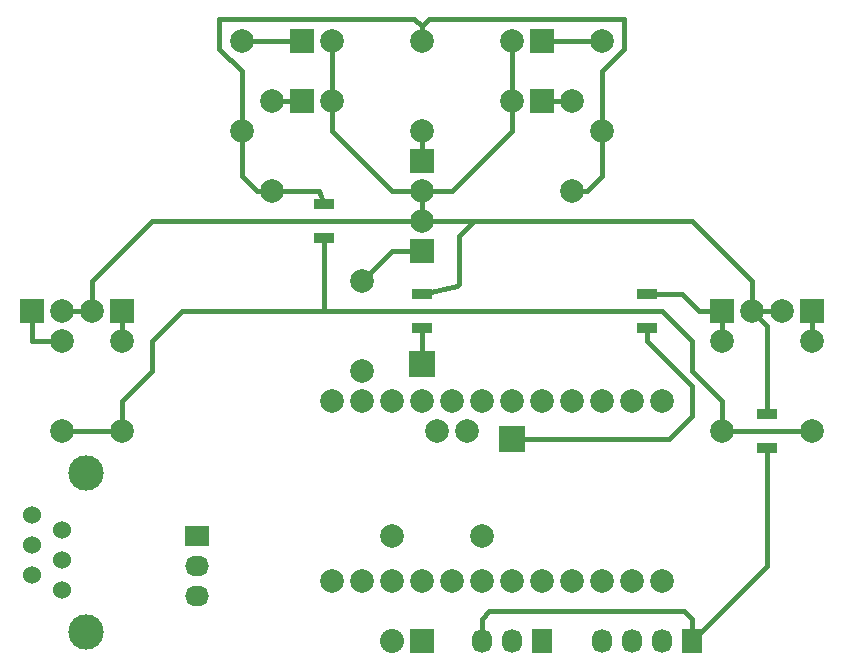
<source format=gbr>
G04 #@! TF.FileFunction,Copper,L2,Bot,Signal*
%FSLAX46Y46*%
G04 Gerber Fmt 4.6, Leading zero omitted, Abs format (unit mm)*
G04 Created by KiCad (PCBNEW 4.0.2+dfsg1-stable) date Пят 24 Чэр 2016 17:08:27*
%MOMM*%
G01*
G04 APERTURE LIST*
%ADD10C,0.100000*%
%ADD11R,2.000000X2.000000*%
%ADD12C,2.000000*%
%ADD13C,1.524000*%
%ADD14C,2.999740*%
%ADD15R,2.032000X2.032000*%
%ADD16O,2.032000X2.032000*%
%ADD17R,1.727200X2.032000*%
%ADD18O,1.727200X2.032000*%
%ADD19C,1.998980*%
%ADD20R,2.032000X1.727200*%
%ADD21O,2.032000X1.727200*%
%ADD22R,2.235200X2.235200*%
%ADD23R,1.700000X0.900000*%
%ADD24C,0.400000*%
G04 APERTURE END LIST*
D10*
D11*
X157480000Y-106680000D03*
D12*
X154940000Y-106680000D03*
D11*
X157480000Y-111760000D03*
D12*
X154940000Y-111760000D03*
D11*
X137160000Y-106680000D03*
D12*
X139700000Y-106680000D03*
D11*
X137160000Y-111760000D03*
D12*
X139700000Y-111760000D03*
D11*
X147320000Y-116840000D03*
D12*
X147320000Y-119380000D03*
D11*
X147320000Y-124460000D03*
D12*
X147320000Y-121920000D03*
D11*
X114300000Y-129540000D03*
D12*
X116840000Y-129540000D03*
D11*
X121920000Y-129540000D03*
D12*
X119380000Y-129540000D03*
D11*
X180340000Y-129540000D03*
D12*
X177800000Y-129540000D03*
D11*
X172720000Y-129540000D03*
D12*
X175260000Y-129540000D03*
D13*
X114300000Y-149352000D03*
X114300000Y-151892000D03*
X114300000Y-146812000D03*
X116840000Y-153162000D03*
X116840000Y-150622000D03*
X116840000Y-148082000D03*
D14*
X118872000Y-143256000D03*
X118872000Y-156718000D03*
D15*
X147320000Y-157480000D03*
D16*
X144780000Y-157480000D03*
D17*
X170180000Y-157480000D03*
D18*
X167640000Y-157480000D03*
X165100000Y-157480000D03*
X162560000Y-157480000D03*
D17*
X157480000Y-157480000D03*
D18*
X154940000Y-157480000D03*
X152400000Y-157480000D03*
D19*
X162560000Y-106680000D03*
X162560000Y-114300000D03*
X160020000Y-111760000D03*
X160020000Y-119380000D03*
X132080000Y-106680000D03*
X132080000Y-114300000D03*
X134620000Y-111760000D03*
X134620000Y-119380000D03*
X147320000Y-114300000D03*
X147320000Y-106680000D03*
X142240000Y-127000000D03*
X142240000Y-134620000D03*
X116840000Y-132080000D03*
X116840000Y-139700000D03*
X121920000Y-132080000D03*
X121920000Y-139700000D03*
X180340000Y-132080000D03*
X180340000Y-139700000D03*
X172720000Y-132080000D03*
X172720000Y-139700000D03*
X152400000Y-148590000D03*
X144780000Y-148590000D03*
D12*
X139700000Y-137160000D03*
X142240000Y-137160000D03*
X144780000Y-137160000D03*
X147320000Y-137160000D03*
X149860000Y-137160000D03*
X160020000Y-137160000D03*
X162560000Y-137160000D03*
X165100000Y-137160000D03*
X167640000Y-137160000D03*
X148590000Y-139700000D03*
X151130000Y-139700000D03*
X160020000Y-152400000D03*
X157480000Y-152400000D03*
X154940000Y-152400000D03*
X152400000Y-152400000D03*
X149860000Y-152400000D03*
X147320000Y-152400000D03*
X144780000Y-152400000D03*
X142240000Y-152400000D03*
X139700000Y-152400000D03*
X162560000Y-152400000D03*
X165100000Y-152400000D03*
X167640000Y-152400000D03*
X152400000Y-137160000D03*
X154940000Y-137160000D03*
X157480000Y-137160000D03*
D20*
X128270000Y-148590000D03*
D21*
X128270000Y-151130000D03*
X128270000Y-153670000D03*
D22*
X147320000Y-133985000D03*
D23*
X139065000Y-120470000D03*
X139065000Y-123370000D03*
X147320000Y-128090000D03*
X147320000Y-130990000D03*
D22*
X154940000Y-140335000D03*
D23*
X176530000Y-141150000D03*
X176530000Y-138250000D03*
X166370000Y-130990000D03*
X166370000Y-128090000D03*
D24*
X157480000Y-106680000D02*
X162560000Y-106680000D01*
X176530000Y-138250000D02*
X176530000Y-130810000D01*
X176530000Y-130810000D02*
X175260000Y-129540000D01*
X147320000Y-128090000D02*
X150315000Y-127455000D01*
X150495000Y-123190000D02*
X151765000Y-121920000D01*
X150495000Y-127275000D02*
X150495000Y-123190000D01*
X150315000Y-127455000D02*
X150495000Y-127275000D01*
X147320000Y-121920000D02*
X124460000Y-121920000D01*
X119380000Y-127000000D02*
X119380000Y-129540000D01*
X124460000Y-121920000D02*
X119380000Y-127000000D01*
X147320000Y-121920000D02*
X151765000Y-121920000D01*
X151765000Y-121920000D02*
X170180000Y-121920000D01*
X175260000Y-127000000D02*
X175260000Y-129540000D01*
X170180000Y-121920000D02*
X175260000Y-127000000D01*
X147320000Y-119380000D02*
X149860000Y-119380000D01*
X154940000Y-114300000D02*
X154940000Y-111760000D01*
X149860000Y-119380000D02*
X154940000Y-114300000D01*
X147320000Y-119380000D02*
X144780000Y-119380000D01*
X139700000Y-114300000D02*
X139700000Y-111760000D01*
X144780000Y-119380000D02*
X139700000Y-114300000D01*
X116840000Y-129540000D02*
X119380000Y-129540000D01*
X175260000Y-129540000D02*
X177800000Y-129540000D01*
X139700000Y-111760000D02*
X139700000Y-106680000D01*
X154940000Y-111760000D02*
X154940000Y-106680000D01*
X147320000Y-119380000D02*
X147320000Y-121920000D01*
X157480000Y-111760000D02*
X160020000Y-111760000D01*
X137160000Y-106680000D02*
X132080000Y-106680000D01*
X134620000Y-111760000D02*
X137160000Y-111760000D01*
X147320000Y-114300000D02*
X147320000Y-116840000D01*
X147320000Y-124460000D02*
X144780000Y-124460000D01*
X144780000Y-124460000D02*
X142240000Y-127000000D01*
X114300000Y-129540000D02*
X114300000Y-132080000D01*
X114300000Y-132080000D02*
X116840000Y-132080000D01*
X121920000Y-129540000D02*
X121920000Y-132080000D01*
X180340000Y-129540000D02*
X180340000Y-132080000D01*
X172720000Y-129540000D02*
X170815000Y-129540000D01*
X169365000Y-128090000D02*
X166370000Y-128090000D01*
X170815000Y-129540000D02*
X169365000Y-128090000D01*
X172720000Y-129540000D02*
X172720000Y-132080000D01*
X139065000Y-123370000D02*
X139065000Y-129540000D01*
X121920000Y-139700000D02*
X116840000Y-139700000D01*
X121920000Y-139700000D02*
X121920000Y-137160000D01*
X121920000Y-137160000D02*
X124460000Y-134620000D01*
X124460000Y-134620000D02*
X124460000Y-132080000D01*
X124460000Y-132080000D02*
X127000000Y-129540000D01*
X141732000Y-129540000D02*
X167640000Y-129540000D01*
X127000000Y-129540000D02*
X139065000Y-129540000D01*
X139065000Y-129540000D02*
X141732000Y-129540000D01*
X172720000Y-137160000D02*
X172720000Y-139700000D01*
X167640000Y-129540000D02*
X170180000Y-132080000D01*
X170180000Y-132080000D02*
X170180000Y-134620000D01*
X170180000Y-134620000D02*
X172720000Y-137160000D01*
X172720000Y-139700000D02*
X180340000Y-139700000D01*
X162560000Y-114300000D02*
X162560000Y-109220000D01*
X147955000Y-104775000D02*
X147320000Y-105410000D01*
X164465000Y-104775000D02*
X147955000Y-104775000D01*
X164465000Y-107315000D02*
X164465000Y-104775000D01*
X162560000Y-109220000D02*
X164465000Y-107315000D01*
X146685000Y-104775000D02*
X147320000Y-105410000D01*
X147320000Y-105410000D02*
X147320000Y-106680000D01*
X162560000Y-114300000D02*
X162560000Y-118110000D01*
X161290000Y-119380000D02*
X160020000Y-119380000D01*
X162560000Y-118110000D02*
X161290000Y-119380000D01*
X132080000Y-114300000D02*
X132080000Y-115824000D01*
X132080000Y-114300000D02*
X132080000Y-109220000D01*
X132080000Y-109220000D02*
X130175000Y-107315000D01*
X130175000Y-107315000D02*
X130175000Y-104775000D01*
X130175000Y-104775000D02*
X146685000Y-104775000D01*
X132080000Y-115824000D02*
X132080000Y-118110000D01*
X132080000Y-118110000D02*
X133350000Y-119380000D01*
X134620000Y-119380000D02*
X138610000Y-119380000D01*
X138610000Y-119380000D02*
X139065000Y-120470000D01*
X138610000Y-119380000D02*
X139065000Y-120470000D01*
X133350000Y-119380000D02*
X134620000Y-119380000D01*
X147320000Y-133985000D02*
X147320000Y-130990000D01*
X152400000Y-157480000D02*
X152400000Y-155575000D01*
X152400000Y-155575000D02*
X153035000Y-154940000D01*
X153035000Y-154940000D02*
X169545000Y-154940000D01*
X169545000Y-154940000D02*
X170180000Y-155575000D01*
X176530000Y-141150000D02*
X176530000Y-151130000D01*
X176530000Y-151130000D02*
X170180000Y-157480000D01*
X170180000Y-155575000D02*
X170180000Y-157480000D01*
X166370000Y-130990000D02*
X166370000Y-132080000D01*
X168275000Y-140335000D02*
X154940000Y-140335000D01*
X170180000Y-138430000D02*
X168275000Y-140335000D01*
X170180000Y-135890000D02*
X170180000Y-138430000D01*
X166370000Y-132080000D02*
X170180000Y-135890000D01*
M02*

</source>
